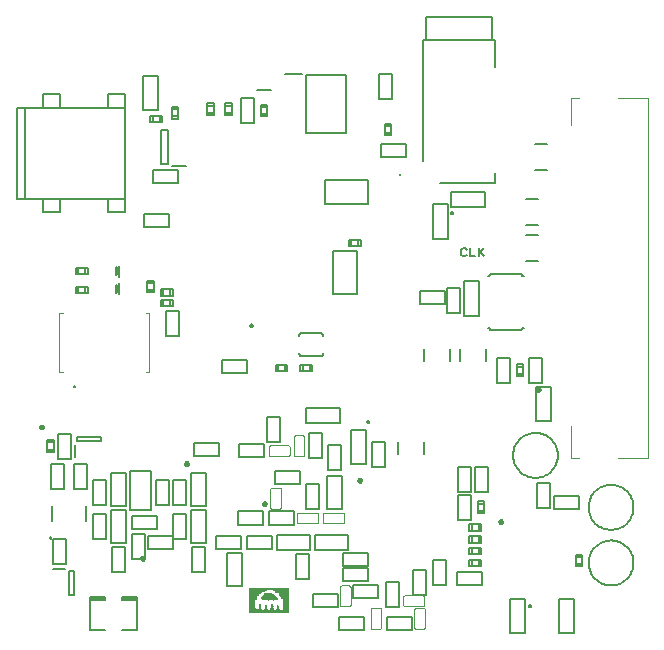
<source format=gto>
G75*
G70*
%OFA0B0*%
%FSLAX24Y24*%
%IPPOS*%
%LPD*%
%AMOC8*
5,1,8,0,0,1.08239X$1,22.5*
%
%ADD10R,0.1330X0.0005*%
%ADD11R,0.0855X0.0005*%
%ADD12R,0.0160X0.0005*%
%ADD13R,0.0265X0.0005*%
%ADD14R,0.0845X0.0005*%
%ADD15R,0.0145X0.0005*%
%ADD16R,0.0255X0.0005*%
%ADD17R,0.0840X0.0005*%
%ADD18R,0.0130X0.0005*%
%ADD19R,0.0245X0.0005*%
%ADD20R,0.0455X0.0005*%
%ADD21R,0.0185X0.0005*%
%ADD22R,0.0125X0.0005*%
%ADD23R,0.0235X0.0005*%
%ADD24R,0.0435X0.0005*%
%ADD25R,0.0150X0.0005*%
%ADD26R,0.0120X0.0005*%
%ADD27R,0.0230X0.0005*%
%ADD28R,0.0425X0.0005*%
%ADD29R,0.0135X0.0005*%
%ADD30R,0.0115X0.0005*%
%ADD31R,0.0225X0.0005*%
%ADD32R,0.0415X0.0005*%
%ADD33R,0.0140X0.0005*%
%ADD34R,0.0270X0.0005*%
%ADD35R,0.0110X0.0005*%
%ADD36R,0.0220X0.0005*%
%ADD37R,0.0250X0.0005*%
%ADD38R,0.0105X0.0005*%
%ADD39R,0.0215X0.0005*%
%ADD40R,0.0240X0.0005*%
%ADD41R,0.0095X0.0005*%
%ADD42R,0.0100X0.0005*%
%ADD43R,0.0085X0.0005*%
%ADD44R,0.0210X0.0005*%
%ADD45R,0.0080X0.0005*%
%ADD46R,0.0090X0.0005*%
%ADD47R,0.0205X0.0005*%
%ADD48R,0.0070X0.0005*%
%ADD49R,0.0200X0.0005*%
%ADD50R,0.0075X0.0005*%
%ADD51R,0.0065X0.0005*%
%ADD52R,0.0195X0.0005*%
%ADD53R,0.0060X0.0005*%
%ADD54R,0.0190X0.0005*%
%ADD55R,0.0055X0.0005*%
%ADD56R,0.0050X0.0005*%
%ADD57R,0.0045X0.0005*%
%ADD58R,0.0040X0.0005*%
%ADD59R,0.0035X0.0005*%
%ADD60R,0.0030X0.0005*%
%ADD61R,0.0025X0.0005*%
%ADD62R,0.0015X0.0005*%
%ADD63R,0.0010X0.0005*%
%ADD64R,0.0005X0.0005*%
%ADD65R,0.0175X0.0005*%
%ADD66R,0.0350X0.0005*%
%ADD67R,0.0495X0.0005*%
%ADD68R,0.0525X0.0005*%
%ADD69R,0.0535X0.0005*%
%ADD70R,0.0545X0.0005*%
%ADD71R,0.0550X0.0005*%
%ADD72R,0.0540X0.0005*%
%ADD73R,0.0530X0.0005*%
%ADD74R,0.0520X0.0005*%
%ADD75R,0.0260X0.0005*%
%ADD76R,0.0515X0.0005*%
%ADD77R,0.0510X0.0005*%
%ADD78R,0.0505X0.0005*%
%ADD79R,0.0500X0.0005*%
%ADD80R,0.0275X0.0005*%
%ADD81R,0.0490X0.0005*%
%ADD82R,0.0280X0.0005*%
%ADD83R,0.0475X0.0005*%
%ADD84R,0.0285X0.0005*%
%ADD85R,0.0470X0.0005*%
%ADD86R,0.0290X0.0005*%
%ADD87R,0.0460X0.0005*%
%ADD88R,0.0450X0.0005*%
%ADD89R,0.0295X0.0005*%
%ADD90R,0.0445X0.0005*%
%ADD91R,0.0300X0.0005*%
%ADD92R,0.0420X0.0005*%
%ADD93R,0.0305X0.0005*%
%ADD94R,0.0310X0.0005*%
%ADD95R,0.0405X0.0005*%
%ADD96R,0.0390X0.0005*%
%ADD97R,0.0315X0.0005*%
%ADD98R,0.0385X0.0005*%
%ADD99R,0.0320X0.0005*%
%ADD100R,0.0375X0.0005*%
%ADD101R,0.0365X0.0005*%
%ADD102R,0.0325X0.0005*%
%ADD103R,0.0360X0.0005*%
%ADD104R,0.0330X0.0005*%
%ADD105R,0.0345X0.0005*%
%ADD106R,0.0335X0.0005*%
%ADD107R,0.0340X0.0005*%
%ADD108R,0.0355X0.0005*%
%ADD109R,0.0370X0.0005*%
%ADD110R,0.0380X0.0005*%
%ADD111R,0.0395X0.0005*%
%ADD112R,0.0410X0.0005*%
%ADD113R,0.0430X0.0005*%
%ADD114R,0.0440X0.0005*%
%ADD115R,0.0465X0.0005*%
%ADD116R,0.0480X0.0005*%
%ADD117R,0.0555X0.0005*%
%ADD118R,0.0565X0.0005*%
%ADD119R,0.0575X0.0005*%
%ADD120R,0.0605X0.0005*%
%ADD121R,0.0560X0.0005*%
%ADD122R,0.0655X0.0005*%
%ADD123R,0.0595X0.0005*%
%ADD124C,0.0098*%
%ADD125C,0.0080*%
%ADD126C,0.0050*%
%ADD127C,0.0079*%
%ADD128C,0.0039*%
%ADD129C,0.0030*%
%ADD130C,0.0060*%
D10*
X009070Y001205D03*
X009070Y001210D03*
X009070Y001215D03*
X009070Y001220D03*
X009070Y001225D03*
X009070Y001230D03*
X009070Y001235D03*
X009070Y001240D03*
X009070Y001245D03*
X009070Y001250D03*
X009070Y001255D03*
X009070Y001260D03*
X009070Y001265D03*
X009070Y001270D03*
X009070Y001970D03*
X009070Y001975D03*
X009070Y001980D03*
X009070Y001985D03*
X009070Y001990D03*
X009070Y001995D03*
X009070Y002000D03*
X009070Y002005D03*
X009070Y002010D03*
X009070Y002015D03*
X009070Y002020D03*
D11*
X008832Y001275D03*
D12*
X009155Y001295D03*
X009365Y001275D03*
D13*
X009602Y001275D03*
X009602Y001710D03*
X008537Y001720D03*
X008537Y001725D03*
D14*
X008827Y001280D03*
D15*
X009362Y001280D03*
D16*
X009607Y001280D03*
X009607Y001700D03*
X008532Y001700D03*
X008532Y001705D03*
X008532Y001695D03*
D17*
X008825Y001285D03*
D18*
X009165Y001310D03*
X009365Y001285D03*
D19*
X009612Y001285D03*
X009612Y001685D03*
X008527Y001680D03*
X008527Y001675D03*
X008527Y001670D03*
D20*
X008632Y001290D03*
X009507Y001900D03*
D21*
X009642Y001465D03*
X009642Y001460D03*
X009642Y001455D03*
X009642Y001450D03*
X009642Y001445D03*
X009642Y001440D03*
X009642Y001435D03*
X009642Y001430D03*
X009642Y001425D03*
X009642Y001420D03*
X009642Y001415D03*
X009642Y001410D03*
X009642Y001405D03*
X009642Y001400D03*
X009642Y001395D03*
X009642Y001390D03*
X009642Y001385D03*
X009147Y001290D03*
X008957Y001290D03*
D22*
X008962Y001305D03*
X009167Y001315D03*
X009367Y001290D03*
X008752Y001310D03*
D23*
X008522Y001325D03*
X008522Y001645D03*
X008522Y001650D03*
X008522Y001655D03*
X009617Y001675D03*
X009617Y001290D03*
D24*
X009067Y001760D03*
X008622Y001295D03*
D25*
X008960Y001295D03*
X009160Y001300D03*
D26*
X009365Y001295D03*
X009235Y001630D03*
D27*
X009620Y001665D03*
X009620Y001670D03*
X009620Y001295D03*
X008520Y001330D03*
X008520Y001630D03*
X008520Y001635D03*
X008520Y001640D03*
D28*
X008617Y001300D03*
D29*
X008962Y001300D03*
D30*
X009167Y001320D03*
X009367Y001300D03*
X009372Y001305D03*
D31*
X009622Y001305D03*
X009622Y001300D03*
X009622Y001660D03*
X008517Y001625D03*
X008517Y001620D03*
X008517Y001615D03*
X008517Y001610D03*
X008517Y001340D03*
X008517Y001335D03*
D32*
X008612Y001305D03*
X009062Y001770D03*
X009527Y001890D03*
D33*
X009160Y001305D03*
D34*
X009600Y001715D03*
X009600Y001720D03*
X008540Y001730D03*
X008540Y001735D03*
X008540Y001310D03*
D35*
X008760Y001315D03*
X008965Y001310D03*
X009170Y001325D03*
X009375Y001315D03*
X009375Y001310D03*
D36*
X009625Y001310D03*
X009625Y001650D03*
X009625Y001655D03*
X009220Y001640D03*
X008515Y001605D03*
X008515Y001600D03*
X008515Y001595D03*
X008515Y001590D03*
X008515Y001350D03*
X008515Y001345D03*
D37*
X008530Y001315D03*
X008530Y001685D03*
X008530Y001690D03*
X009610Y001690D03*
X009610Y001695D03*
D38*
X009172Y001330D03*
X008962Y001315D03*
D39*
X008512Y001355D03*
X008512Y001360D03*
X008512Y001365D03*
X008512Y001370D03*
X008512Y001570D03*
X008512Y001575D03*
X008512Y001580D03*
X008512Y001585D03*
X009627Y001645D03*
X009627Y001320D03*
X009627Y001315D03*
D40*
X009615Y001680D03*
X008525Y001665D03*
X008525Y001660D03*
X008525Y001320D03*
D41*
X008762Y001320D03*
X008962Y001320D03*
X009177Y001340D03*
X009377Y001330D03*
X009377Y001325D03*
X009077Y001835D03*
D42*
X009175Y001335D03*
X009375Y001320D03*
D43*
X009382Y001340D03*
X008962Y001330D03*
X008962Y001325D03*
X008762Y001325D03*
X008952Y001835D03*
D44*
X008510Y001565D03*
X008510Y001560D03*
X008510Y001555D03*
X008510Y001550D03*
X008510Y001545D03*
X008510Y001540D03*
X008510Y001400D03*
X008510Y001395D03*
X008510Y001390D03*
X008510Y001385D03*
X008510Y001380D03*
X008510Y001375D03*
X009630Y001330D03*
X009630Y001325D03*
X009630Y001580D03*
X009630Y001585D03*
X009630Y001590D03*
X009630Y001595D03*
X009630Y001600D03*
X009630Y001605D03*
X009630Y001610D03*
X009630Y001615D03*
X009630Y001620D03*
X009630Y001625D03*
X009630Y001630D03*
X009630Y001635D03*
X009630Y001640D03*
D45*
X009380Y001350D03*
X009380Y001345D03*
X009180Y001350D03*
X009180Y001355D03*
X008965Y001340D03*
X008965Y001335D03*
X008765Y001335D03*
X008765Y001330D03*
D46*
X009180Y001345D03*
X009380Y001335D03*
D47*
X009632Y001335D03*
X009632Y001550D03*
X009632Y001555D03*
X009632Y001560D03*
X009632Y001565D03*
X009632Y001570D03*
X009632Y001575D03*
X008507Y001535D03*
X008507Y001530D03*
X008507Y001525D03*
X008507Y001520D03*
X008507Y001515D03*
X008507Y001510D03*
X008507Y001445D03*
X008507Y001440D03*
X008507Y001435D03*
X008507Y001430D03*
X008507Y001425D03*
X008507Y001420D03*
X008507Y001415D03*
X008507Y001410D03*
X008507Y001405D03*
D48*
X008765Y001350D03*
X008765Y001345D03*
X008765Y001340D03*
X008970Y001355D03*
X008970Y001360D03*
X008970Y001365D03*
X008970Y001370D03*
X008975Y001385D03*
X008975Y001390D03*
X008980Y001415D03*
X009185Y001405D03*
X009380Y001360D03*
D49*
X009635Y001350D03*
X009635Y001345D03*
X009635Y001340D03*
X009635Y001525D03*
X009635Y001530D03*
X009635Y001535D03*
X009635Y001540D03*
X009635Y001545D03*
X008505Y001505D03*
X008505Y001500D03*
X008505Y001495D03*
X008505Y001490D03*
X008505Y001485D03*
X008505Y001480D03*
X008505Y001475D03*
X008505Y001470D03*
X008505Y001465D03*
X008505Y001460D03*
X008505Y001455D03*
X008505Y001450D03*
D50*
X008967Y001350D03*
X008967Y001345D03*
X009182Y001360D03*
X009182Y001365D03*
X009182Y001370D03*
X009182Y001375D03*
X009182Y001380D03*
X009182Y001385D03*
X009182Y001390D03*
X009182Y001395D03*
X009182Y001400D03*
X009377Y001355D03*
X009062Y001640D03*
D51*
X008982Y001435D03*
X008982Y001430D03*
X008982Y001425D03*
X008982Y001420D03*
X008977Y001410D03*
X008977Y001405D03*
X008977Y001400D03*
X008977Y001395D03*
X008972Y001380D03*
X008972Y001375D03*
X008767Y001360D03*
X008767Y001355D03*
X009182Y001410D03*
X009182Y001415D03*
X009182Y001420D03*
X009182Y001425D03*
X009182Y001430D03*
X009377Y001370D03*
X009377Y001365D03*
D52*
X009637Y001360D03*
X009637Y001355D03*
X009637Y001500D03*
X009637Y001505D03*
X009637Y001510D03*
X009637Y001515D03*
X009637Y001520D03*
D53*
X009375Y001375D03*
X009180Y001435D03*
X009180Y001440D03*
X009180Y001445D03*
X008980Y001440D03*
X008770Y001440D03*
X008770Y001445D03*
X008770Y001435D03*
X008765Y001385D03*
X008765Y001380D03*
X008765Y001375D03*
X008765Y001370D03*
X008765Y001365D03*
X009070Y001635D03*
X008950Y001840D03*
D54*
X009640Y001495D03*
X009640Y001490D03*
X009640Y001485D03*
X009640Y001480D03*
X009640Y001475D03*
X009640Y001470D03*
X009640Y001380D03*
X009640Y001375D03*
X009640Y001370D03*
X009640Y001365D03*
D55*
X009372Y001380D03*
X009372Y001385D03*
X009367Y001390D03*
X009367Y001395D03*
X009177Y001450D03*
X008982Y001450D03*
X008982Y001445D03*
X008772Y001450D03*
X008772Y001455D03*
X008772Y001460D03*
X008767Y001430D03*
X008767Y001425D03*
X008767Y001420D03*
X008767Y001415D03*
X008767Y001410D03*
X008767Y001405D03*
X008767Y001400D03*
X008767Y001395D03*
X008767Y001390D03*
D56*
X008775Y001465D03*
X009180Y001455D03*
X009365Y001400D03*
D57*
X009362Y001405D03*
X009177Y001460D03*
X008977Y001455D03*
X008777Y001470D03*
D58*
X009075Y001630D03*
X009180Y001465D03*
X009365Y001410D03*
X009070Y001840D03*
X008950Y001845D03*
D59*
X008777Y001475D03*
X009362Y001420D03*
X009362Y001415D03*
D60*
X009360Y001425D03*
X009180Y001470D03*
X009240Y001625D03*
X009075Y001625D03*
X008780Y001480D03*
X008870Y001900D03*
D61*
X009362Y001430D03*
D62*
X009362Y001435D03*
X009182Y001475D03*
X009077Y001620D03*
X008787Y001485D03*
D63*
X009365Y001440D03*
D64*
X009077Y001615D03*
D65*
X009227Y001635D03*
D66*
X009165Y001645D03*
X009055Y001805D03*
X008580Y001840D03*
X009560Y001845D03*
D67*
X009487Y001935D03*
X009102Y001650D03*
X008652Y001905D03*
D68*
X009062Y001700D03*
X009097Y001655D03*
X009472Y001950D03*
D69*
X009092Y001660D03*
X008672Y001930D03*
D70*
X009067Y001685D03*
X009072Y001680D03*
X009082Y001670D03*
X009087Y001665D03*
D71*
X009075Y001675D03*
X008680Y001940D03*
D72*
X008675Y001935D03*
X009065Y001690D03*
X009465Y001955D03*
D73*
X009060Y001695D03*
X008670Y001925D03*
D74*
X008665Y001920D03*
X009060Y001705D03*
D75*
X008535Y001710D03*
X008535Y001715D03*
X009605Y001705D03*
D76*
X009477Y001945D03*
X009057Y001710D03*
X008662Y001915D03*
D77*
X009060Y001715D03*
D78*
X009062Y001720D03*
X008657Y001910D03*
X009482Y001940D03*
D79*
X009065Y001725D03*
D80*
X008542Y001740D03*
X008542Y001745D03*
X009597Y001725D03*
D81*
X009490Y001930D03*
X009065Y001730D03*
D82*
X008545Y001750D03*
X009595Y001730D03*
D83*
X009497Y001920D03*
X009067Y001735D03*
D84*
X009047Y001830D03*
X008547Y001760D03*
X008547Y001755D03*
X009592Y001735D03*
D85*
X009500Y001915D03*
X009070Y001740D03*
D86*
X008550Y001765D03*
X009590Y001745D03*
X009590Y001740D03*
D87*
X009505Y001905D03*
X009070Y001745D03*
D88*
X009070Y001750D03*
X009510Y001895D03*
D89*
X009587Y001750D03*
X008552Y001770D03*
X008552Y001775D03*
D90*
X009067Y001755D03*
D91*
X008555Y001780D03*
X009585Y001760D03*
X009585Y001755D03*
D92*
X009065Y001765D03*
X008615Y001890D03*
D93*
X008557Y001790D03*
X008557Y001785D03*
X009582Y001765D03*
D94*
X009580Y001770D03*
X009580Y001775D03*
X008560Y001795D03*
D95*
X008607Y001880D03*
X009062Y001775D03*
D96*
X009060Y001780D03*
X008600Y001870D03*
D97*
X008562Y001800D03*
X009577Y001780D03*
D98*
X009542Y001880D03*
X009057Y001785D03*
D99*
X009060Y001825D03*
X008565Y001810D03*
X008565Y001805D03*
X009575Y001790D03*
X009575Y001785D03*
D100*
X009547Y001870D03*
X009057Y001790D03*
X008592Y001860D03*
D101*
X009057Y001795D03*
X009552Y001865D03*
D102*
X009572Y001800D03*
X009572Y001795D03*
X008567Y001815D03*
D103*
X008585Y001850D03*
X009055Y001800D03*
X009555Y001855D03*
X009555Y001860D03*
D104*
X009570Y001810D03*
X009570Y001805D03*
X009060Y001820D03*
X008570Y001820D03*
D105*
X008577Y001835D03*
X009057Y001810D03*
X009562Y001835D03*
X009562Y001840D03*
D106*
X009567Y001820D03*
X009567Y001815D03*
X009057Y001815D03*
X008572Y001825D03*
D107*
X008575Y001830D03*
X009565Y001830D03*
X009565Y001825D03*
D108*
X009557Y001850D03*
X008582Y001845D03*
D109*
X008590Y001855D03*
D110*
X008595Y001865D03*
X009545Y001875D03*
D111*
X009537Y001885D03*
X008602Y001875D03*
D112*
X008610Y001885D03*
D113*
X008620Y001895D03*
D114*
X008625Y001900D03*
D115*
X009502Y001910D03*
D116*
X009495Y001925D03*
D117*
X008682Y001945D03*
D118*
X008687Y001950D03*
D119*
X008692Y001955D03*
D120*
X008707Y001960D03*
D121*
X009455Y001960D03*
D122*
X008732Y001965D03*
D123*
X009437Y001965D03*
D124*
X008864Y004851D02*
X008866Y004864D01*
X008871Y004876D01*
X008880Y004887D01*
X008890Y004895D01*
X008903Y004899D01*
X008916Y004900D01*
X008929Y004897D01*
X008941Y004891D01*
X008951Y004882D01*
X008958Y004871D01*
X008962Y004858D01*
X008962Y004844D01*
X008958Y004831D01*
X008951Y004820D01*
X008941Y004811D01*
X008929Y004805D01*
X008916Y004802D01*
X008903Y004803D01*
X008890Y004807D01*
X008880Y004815D01*
X008871Y004826D01*
X008866Y004838D01*
X008864Y004851D01*
X006266Y006190D02*
X006268Y006203D01*
X006273Y006215D01*
X006282Y006226D01*
X006292Y006234D01*
X006305Y006238D01*
X006318Y006239D01*
X006331Y006236D01*
X006343Y006230D01*
X006353Y006221D01*
X006360Y006210D01*
X006364Y006197D01*
X006364Y006183D01*
X006360Y006170D01*
X006353Y006159D01*
X006343Y006150D01*
X006331Y006144D01*
X006318Y006141D01*
X006305Y006142D01*
X006292Y006146D01*
X006282Y006154D01*
X006273Y006165D01*
X006268Y006177D01*
X006266Y006190D01*
X004809Y003040D02*
X004811Y003053D01*
X004816Y003065D01*
X004825Y003076D01*
X004835Y003084D01*
X004848Y003088D01*
X004861Y003089D01*
X004874Y003086D01*
X004886Y003080D01*
X004896Y003071D01*
X004903Y003060D01*
X004907Y003047D01*
X004907Y003033D01*
X004903Y003020D01*
X004896Y003009D01*
X004886Y003000D01*
X004874Y002994D01*
X004861Y002991D01*
X004848Y002992D01*
X004835Y002996D01*
X004825Y003004D01*
X004816Y003015D01*
X004811Y003027D01*
X004809Y003040D01*
X001425Y007414D02*
X001427Y007427D01*
X001432Y007439D01*
X001441Y007450D01*
X001451Y007458D01*
X001464Y007462D01*
X001477Y007463D01*
X001490Y007460D01*
X001502Y007454D01*
X001512Y007445D01*
X001519Y007434D01*
X001523Y007421D01*
X001523Y007407D01*
X001519Y007394D01*
X001512Y007383D01*
X001502Y007374D01*
X001490Y007368D01*
X001477Y007365D01*
X001464Y007366D01*
X001451Y007370D01*
X001441Y007378D01*
X001432Y007389D01*
X001427Y007401D01*
X001425Y007414D01*
X012040Y005635D02*
X012042Y005648D01*
X012047Y005660D01*
X012056Y005671D01*
X012066Y005679D01*
X012079Y005683D01*
X012092Y005684D01*
X012105Y005681D01*
X012117Y005675D01*
X012127Y005666D01*
X012134Y005655D01*
X012138Y005642D01*
X012138Y005628D01*
X012134Y005615D01*
X012127Y005604D01*
X012117Y005595D01*
X012105Y005589D01*
X012092Y005586D01*
X012079Y005587D01*
X012066Y005591D01*
X012056Y005599D01*
X012047Y005610D01*
X012042Y005622D01*
X012040Y005635D01*
X016748Y004253D02*
X016750Y004266D01*
X016755Y004278D01*
X016764Y004289D01*
X016774Y004297D01*
X016787Y004301D01*
X016800Y004302D01*
X016813Y004299D01*
X016825Y004293D01*
X016835Y004284D01*
X016842Y004273D01*
X016846Y004260D01*
X016846Y004246D01*
X016842Y004233D01*
X016835Y004222D01*
X016825Y004213D01*
X016813Y004207D01*
X016800Y004204D01*
X016787Y004205D01*
X016774Y004209D01*
X016764Y004217D01*
X016755Y004228D01*
X016750Y004240D01*
X016748Y004253D01*
X017988Y008659D02*
X017990Y008672D01*
X017995Y008684D01*
X018004Y008695D01*
X018014Y008703D01*
X018027Y008707D01*
X018040Y008708D01*
X018053Y008705D01*
X018065Y008699D01*
X018075Y008690D01*
X018082Y008679D01*
X018086Y008666D01*
X018086Y008652D01*
X018082Y008639D01*
X018075Y008628D01*
X018065Y008619D01*
X018053Y008613D01*
X018040Y008610D01*
X018027Y008611D01*
X018014Y008615D01*
X018004Y008623D01*
X017995Y008634D01*
X017990Y008646D01*
X017988Y008659D01*
D125*
X017971Y008753D02*
X018471Y008753D01*
X018471Y007603D01*
X017971Y007603D01*
X017971Y008753D01*
X018168Y008884D02*
X017730Y008884D01*
X017730Y009717D01*
X018168Y009717D01*
X018168Y008884D01*
X017105Y008884D02*
X017105Y009717D01*
X016667Y009717D01*
X016667Y008884D01*
X017105Y008884D01*
X017476Y010639D02*
X016453Y010639D01*
X016451Y010654D01*
X016447Y010669D01*
X016440Y010683D01*
X016430Y010695D01*
X016418Y010705D01*
X016404Y010712D01*
X016389Y010716D01*
X016374Y010718D01*
X016073Y011127D02*
X015573Y011127D01*
X015573Y012277D01*
X016073Y012277D01*
X016073Y011127D01*
X015451Y011207D02*
X015014Y011207D01*
X015014Y012039D01*
X015451Y012039D01*
X015451Y011207D01*
X014940Y011522D02*
X014940Y011960D01*
X014107Y011960D01*
X014107Y011522D01*
X014940Y011522D01*
X016374Y012450D02*
X016389Y012452D01*
X016404Y012456D01*
X016418Y012463D01*
X016430Y012473D01*
X016440Y012485D01*
X016447Y012499D01*
X016451Y012514D01*
X016453Y012529D01*
X017476Y012529D01*
X017478Y012514D01*
X017482Y012499D01*
X017489Y012485D01*
X017499Y012473D01*
X017511Y012463D01*
X017525Y012456D01*
X017540Y012452D01*
X017555Y012450D01*
X017555Y010718D02*
X017540Y010716D01*
X017525Y010712D01*
X017511Y010705D01*
X017499Y010695D01*
X017489Y010683D01*
X017482Y010669D01*
X017478Y010654D01*
X017476Y010639D01*
X015049Y013686D02*
X014549Y013686D01*
X014549Y014836D01*
X015049Y014836D01*
X015049Y013686D01*
X015130Y014759D02*
X015130Y015259D01*
X016280Y015259D01*
X016280Y014759D01*
X015130Y014759D01*
X013641Y016404D02*
X012808Y016404D01*
X012808Y016842D01*
X013641Y016842D01*
X013641Y016404D01*
X012378Y015639D02*
X012378Y014851D01*
X010921Y014851D01*
X010921Y015639D01*
X012378Y015639D01*
X012004Y013296D02*
X011217Y013296D01*
X011217Y011840D01*
X012004Y011840D01*
X012004Y013296D01*
X010783Y010560D02*
X010154Y010560D01*
X010153Y010560D02*
X010137Y010555D01*
X010121Y010547D01*
X010107Y010537D01*
X010095Y010525D01*
X010085Y010510D01*
X010078Y010494D01*
X010074Y010477D01*
X010073Y010460D01*
X010075Y010442D01*
X010075Y009891D02*
X010073Y009873D01*
X010074Y009856D01*
X010078Y009839D01*
X010085Y009823D01*
X010095Y009808D01*
X010107Y009796D01*
X010121Y009786D01*
X010137Y009778D01*
X010153Y009773D01*
X010154Y009773D02*
X010783Y009773D01*
X010784Y009773D02*
X010800Y009778D01*
X010816Y009786D01*
X010830Y009796D01*
X010842Y009808D01*
X010852Y009823D01*
X010859Y009839D01*
X010863Y009856D01*
X010864Y009873D01*
X010862Y009891D01*
X010862Y010442D02*
X010864Y010460D01*
X010863Y010477D01*
X010859Y010494D01*
X010852Y010510D01*
X010842Y010525D01*
X010830Y010537D01*
X010816Y010547D01*
X010800Y010555D01*
X010784Y010560D01*
X008326Y009637D02*
X008326Y009200D01*
X007493Y009200D01*
X007493Y009637D01*
X008326Y009637D01*
X008990Y007748D02*
X009427Y007748D01*
X009427Y006916D01*
X008990Y006916D01*
X008990Y007748D01*
X008916Y006842D02*
X008084Y006842D01*
X008084Y006404D01*
X008916Y006404D01*
X008916Y006842D01*
X009265Y005936D02*
X009265Y005499D01*
X010097Y005499D01*
X010097Y005936D01*
X009265Y005936D01*
X010289Y005504D02*
X010289Y004671D01*
X010727Y004671D01*
X010727Y005504D01*
X010289Y005504D01*
X011037Y005971D02*
X011475Y005971D01*
X011475Y006803D01*
X011037Y006803D01*
X011037Y005971D01*
X010845Y006364D02*
X010407Y006364D01*
X010407Y007197D01*
X010845Y007197D01*
X010845Y006364D01*
X011793Y006166D02*
X012293Y006166D01*
X012293Y007316D01*
X011793Y007316D01*
X011793Y006166D01*
X012506Y006089D02*
X012506Y006921D01*
X012943Y006921D01*
X012943Y006089D01*
X012506Y006089D01*
X011437Y007554D02*
X011437Y008054D01*
X010287Y008054D01*
X010287Y007554D01*
X011437Y007554D01*
X009901Y004598D02*
X009068Y004598D01*
X009068Y004160D01*
X009901Y004160D01*
X009901Y004598D01*
X008877Y004598D02*
X008877Y004160D01*
X008044Y004160D01*
X008044Y004598D01*
X008877Y004598D01*
X009153Y003771D02*
X008320Y003771D01*
X008320Y003333D01*
X009153Y003333D01*
X009153Y003771D01*
X009974Y003181D02*
X010412Y003181D01*
X010412Y002349D01*
X009974Y002349D01*
X009974Y003181D01*
X010525Y001842D02*
X011357Y001842D01*
X011357Y001404D01*
X010525Y001404D01*
X010525Y001842D01*
X011548Y002270D02*
X011548Y002708D01*
X012381Y002708D01*
X012381Y002270D01*
X011548Y002270D01*
X011863Y002157D02*
X011863Y001719D01*
X012696Y001719D01*
X012696Y002157D01*
X011863Y002157D01*
X011548Y002782D02*
X011548Y003220D01*
X012381Y003220D01*
X012381Y002782D01*
X011548Y002782D01*
X012966Y002236D02*
X012966Y001404D01*
X013404Y001404D01*
X013404Y002236D01*
X012966Y002236D01*
X013872Y002630D02*
X013872Y001797D01*
X014309Y001797D01*
X014309Y002630D01*
X013872Y002630D01*
X014541Y002984D02*
X014541Y002152D01*
X014979Y002152D01*
X014979Y002984D01*
X014541Y002984D01*
X015328Y002590D02*
X015328Y002152D01*
X016160Y002152D01*
X016160Y002590D01*
X015328Y002590D01*
X013838Y001094D02*
X013838Y000656D01*
X013005Y000656D01*
X013005Y001094D01*
X013838Y001094D01*
X012223Y001094D02*
X012223Y000656D01*
X011391Y000656D01*
X011391Y001094D01*
X012223Y001094D01*
X015368Y004317D02*
X015805Y004317D01*
X015805Y005150D01*
X015368Y005150D01*
X015368Y004317D01*
X015368Y005262D02*
X015805Y005262D01*
X015805Y006094D01*
X015368Y006094D01*
X015368Y005262D01*
X015919Y005262D02*
X015919Y006094D01*
X016357Y006094D01*
X016357Y005262D01*
X015919Y005262D01*
X017201Y006466D02*
X017203Y006521D01*
X017209Y006575D01*
X017219Y006629D01*
X017233Y006681D01*
X017250Y006733D01*
X017272Y006783D01*
X017297Y006832D01*
X017325Y006879D01*
X017357Y006923D01*
X017392Y006965D01*
X017430Y007004D01*
X017471Y007041D01*
X017514Y007074D01*
X017559Y007104D01*
X017607Y007131D01*
X017656Y007154D01*
X017707Y007174D01*
X017760Y007190D01*
X017813Y007202D01*
X017867Y007210D01*
X017922Y007214D01*
X017976Y007214D01*
X018031Y007210D01*
X018085Y007202D01*
X018138Y007190D01*
X018191Y007174D01*
X018242Y007154D01*
X018291Y007131D01*
X018339Y007104D01*
X018384Y007074D01*
X018427Y007041D01*
X018468Y007004D01*
X018506Y006965D01*
X018541Y006923D01*
X018573Y006879D01*
X018601Y006832D01*
X018626Y006783D01*
X018648Y006733D01*
X018665Y006681D01*
X018679Y006629D01*
X018689Y006575D01*
X018695Y006521D01*
X018697Y006466D01*
X018695Y006411D01*
X018689Y006357D01*
X018679Y006303D01*
X018665Y006251D01*
X018648Y006199D01*
X018626Y006149D01*
X018601Y006100D01*
X018573Y006053D01*
X018541Y006009D01*
X018506Y005967D01*
X018468Y005928D01*
X018427Y005891D01*
X018384Y005858D01*
X018339Y005828D01*
X018291Y005801D01*
X018242Y005778D01*
X018191Y005758D01*
X018138Y005742D01*
X018085Y005730D01*
X018031Y005722D01*
X017976Y005718D01*
X017922Y005718D01*
X017867Y005722D01*
X017813Y005730D01*
X017760Y005742D01*
X017707Y005758D01*
X017656Y005778D01*
X017607Y005801D01*
X017559Y005828D01*
X017514Y005858D01*
X017471Y005891D01*
X017430Y005928D01*
X017392Y005967D01*
X017357Y006009D01*
X017325Y006053D01*
X017297Y006100D01*
X017272Y006149D01*
X017250Y006199D01*
X017233Y006251D01*
X017219Y006303D01*
X017209Y006357D01*
X017203Y006411D01*
X017201Y006466D01*
X018006Y005543D02*
X018443Y005543D01*
X018443Y004711D01*
X018006Y004711D01*
X018006Y005543D01*
X018556Y005110D02*
X019389Y005110D01*
X019389Y004672D01*
X018556Y004672D01*
X018556Y005110D01*
X019721Y004733D02*
X019723Y004788D01*
X019729Y004842D01*
X019739Y004896D01*
X019753Y004948D01*
X019770Y005000D01*
X019792Y005050D01*
X019817Y005099D01*
X019845Y005146D01*
X019877Y005190D01*
X019912Y005232D01*
X019950Y005271D01*
X019991Y005308D01*
X020034Y005341D01*
X020079Y005371D01*
X020127Y005398D01*
X020176Y005421D01*
X020227Y005441D01*
X020280Y005457D01*
X020333Y005469D01*
X020387Y005477D01*
X020442Y005481D01*
X020496Y005481D01*
X020551Y005477D01*
X020605Y005469D01*
X020658Y005457D01*
X020711Y005441D01*
X020762Y005421D01*
X020811Y005398D01*
X020859Y005371D01*
X020904Y005341D01*
X020947Y005308D01*
X020988Y005271D01*
X021026Y005232D01*
X021061Y005190D01*
X021093Y005146D01*
X021121Y005099D01*
X021146Y005050D01*
X021168Y005000D01*
X021185Y004948D01*
X021199Y004896D01*
X021209Y004842D01*
X021215Y004788D01*
X021217Y004733D01*
X021215Y004678D01*
X021209Y004624D01*
X021199Y004570D01*
X021185Y004518D01*
X021168Y004466D01*
X021146Y004416D01*
X021121Y004367D01*
X021093Y004320D01*
X021061Y004276D01*
X021026Y004234D01*
X020988Y004195D01*
X020947Y004158D01*
X020904Y004125D01*
X020859Y004095D01*
X020811Y004068D01*
X020762Y004045D01*
X020711Y004025D01*
X020658Y004009D01*
X020605Y003997D01*
X020551Y003989D01*
X020496Y003985D01*
X020442Y003985D01*
X020387Y003989D01*
X020333Y003997D01*
X020280Y004009D01*
X020227Y004025D01*
X020176Y004045D01*
X020127Y004068D01*
X020079Y004095D01*
X020034Y004125D01*
X019991Y004158D01*
X019950Y004195D01*
X019912Y004234D01*
X019877Y004276D01*
X019845Y004320D01*
X019817Y004367D01*
X019792Y004416D01*
X019770Y004466D01*
X019753Y004518D01*
X019739Y004570D01*
X019729Y004624D01*
X019723Y004678D01*
X019721Y004733D01*
X019721Y002883D02*
X019723Y002938D01*
X019729Y002992D01*
X019739Y003046D01*
X019753Y003098D01*
X019770Y003150D01*
X019792Y003200D01*
X019817Y003249D01*
X019845Y003296D01*
X019877Y003340D01*
X019912Y003382D01*
X019950Y003421D01*
X019991Y003458D01*
X020034Y003491D01*
X020079Y003521D01*
X020127Y003548D01*
X020176Y003571D01*
X020227Y003591D01*
X020280Y003607D01*
X020333Y003619D01*
X020387Y003627D01*
X020442Y003631D01*
X020496Y003631D01*
X020551Y003627D01*
X020605Y003619D01*
X020658Y003607D01*
X020711Y003591D01*
X020762Y003571D01*
X020811Y003548D01*
X020859Y003521D01*
X020904Y003491D01*
X020947Y003458D01*
X020988Y003421D01*
X021026Y003382D01*
X021061Y003340D01*
X021093Y003296D01*
X021121Y003249D01*
X021146Y003200D01*
X021168Y003150D01*
X021185Y003098D01*
X021199Y003046D01*
X021209Y002992D01*
X021215Y002938D01*
X021217Y002883D01*
X021215Y002828D01*
X021209Y002774D01*
X021199Y002720D01*
X021185Y002668D01*
X021168Y002616D01*
X021146Y002566D01*
X021121Y002517D01*
X021093Y002470D01*
X021061Y002426D01*
X021026Y002384D01*
X020988Y002345D01*
X020947Y002308D01*
X020904Y002275D01*
X020859Y002245D01*
X020811Y002218D01*
X020762Y002195D01*
X020711Y002175D01*
X020658Y002159D01*
X020605Y002147D01*
X020551Y002139D01*
X020496Y002135D01*
X020442Y002135D01*
X020387Y002139D01*
X020333Y002147D01*
X020280Y002159D01*
X020227Y002175D01*
X020176Y002195D01*
X020127Y002218D01*
X020079Y002245D01*
X020034Y002275D01*
X019991Y002308D01*
X019950Y002345D01*
X019912Y002384D01*
X019877Y002426D01*
X019845Y002470D01*
X019817Y002517D01*
X019792Y002566D01*
X019770Y002616D01*
X019753Y002668D01*
X019739Y002720D01*
X019729Y002774D01*
X019723Y002828D01*
X019721Y002883D01*
X019222Y001686D02*
X018722Y001686D01*
X018722Y000536D01*
X019222Y000536D01*
X019222Y001686D01*
X017608Y001686D02*
X017608Y000536D01*
X017108Y000536D01*
X017108Y001686D01*
X017608Y001686D01*
X008129Y003333D02*
X008129Y003771D01*
X007296Y003771D01*
X007296Y003333D01*
X008129Y003333D01*
X006947Y003417D02*
X006947Y002585D01*
X006510Y002585D01*
X006510Y003417D01*
X006947Y003417D01*
X006317Y003687D02*
X005880Y003687D01*
X005880Y004520D01*
X006317Y004520D01*
X006317Y003687D01*
X005861Y003795D02*
X005861Y003357D01*
X005029Y003357D01*
X005029Y003795D01*
X005861Y003795D01*
X005334Y004003D02*
X005334Y004440D01*
X004501Y004440D01*
X004501Y004003D01*
X005334Y004003D01*
X004939Y003850D02*
X004502Y003850D01*
X004502Y003018D01*
X004939Y003018D01*
X004939Y003850D01*
X004270Y003417D02*
X003832Y003417D01*
X003832Y002585D01*
X004270Y002585D01*
X004270Y003417D01*
X003640Y003687D02*
X003203Y003687D01*
X003203Y004520D01*
X003640Y004520D01*
X003640Y003687D01*
X003640Y004829D02*
X003203Y004829D01*
X003203Y005661D01*
X003640Y005661D01*
X003640Y004829D01*
X003010Y005341D02*
X002573Y005341D01*
X002573Y006173D01*
X003010Y006173D01*
X003010Y005341D01*
X002223Y005341D02*
X002223Y006173D01*
X001785Y006173D01*
X001785Y005341D01*
X002223Y005341D01*
X002025Y006353D02*
X002025Y007185D01*
X002463Y007185D01*
X002463Y006353D01*
X002025Y006353D01*
X001864Y003693D02*
X002301Y003693D01*
X002301Y002860D01*
X001864Y002860D01*
X001864Y003693D01*
X005289Y004829D02*
X005289Y005661D01*
X005727Y005661D01*
X005727Y004829D01*
X005289Y004829D01*
X005880Y004829D02*
X005880Y005661D01*
X006317Y005661D01*
X006317Y004829D01*
X005880Y004829D01*
X006552Y006452D02*
X006552Y006889D01*
X007385Y006889D01*
X007385Y006452D01*
X006552Y006452D01*
X006081Y010459D02*
X005643Y010459D01*
X005643Y011291D01*
X006081Y011291D01*
X006081Y010459D01*
X004079Y011836D02*
X004079Y012017D01*
X003957Y011895D01*
X003957Y012143D01*
X004083Y012017D01*
X004079Y012017D02*
X004079Y012198D01*
X004079Y012426D02*
X004079Y012607D01*
X003957Y012485D01*
X003957Y012733D01*
X004083Y012607D01*
X004079Y012607D02*
X004079Y012788D01*
X004887Y014081D02*
X004887Y014519D01*
X005719Y014519D01*
X005719Y014082D01*
X004887Y014081D01*
X005186Y015538D02*
X005186Y015976D01*
X006019Y015976D01*
X006019Y015538D01*
X005186Y015538D01*
X005364Y017977D02*
X004864Y017977D01*
X004864Y019127D01*
X005364Y019127D01*
X005364Y017977D01*
X008124Y018378D02*
X008124Y017545D01*
X008561Y017545D01*
X008561Y018378D01*
X008124Y018378D01*
X008658Y018631D02*
X009130Y018631D01*
X012730Y018333D02*
X013168Y018333D01*
X013168Y019165D01*
X012730Y019165D01*
X012730Y018333D01*
D126*
X012919Y017529D02*
X012919Y017450D01*
X013136Y017450D01*
X013136Y017214D01*
X012919Y017214D01*
X012919Y017135D01*
X013136Y017135D01*
X013136Y017214D01*
X012919Y017214D02*
X012919Y017450D01*
X012919Y017529D02*
X013136Y017529D01*
X013136Y017450D01*
X012122Y013661D02*
X012043Y013661D01*
X012043Y013444D01*
X012122Y013444D01*
X012122Y013661D01*
X012043Y013661D02*
X011807Y013661D01*
X011807Y013444D01*
X012043Y013444D01*
X011807Y013444D02*
X011728Y013444D01*
X011728Y013661D01*
X011807Y013661D01*
X014248Y010009D02*
X014248Y009615D01*
X015114Y009615D02*
X015114Y010009D01*
X015429Y010009D02*
X015429Y009615D01*
X016295Y009615D02*
X016295Y010009D01*
X017321Y009497D02*
X017321Y009418D01*
X017537Y009418D01*
X017537Y009497D01*
X017321Y009497D01*
X017321Y009418D02*
X017321Y009182D01*
X017537Y009182D01*
X017537Y009418D01*
X017537Y009182D02*
X017537Y009103D01*
X017321Y009103D01*
X017321Y009182D01*
X014232Y006914D02*
X014232Y006521D01*
X013366Y006521D02*
X013366Y006914D01*
X011506Y005795D02*
X011506Y004695D01*
X011006Y004695D01*
X011006Y005795D01*
X011506Y005795D01*
X011688Y003802D02*
X010588Y003802D01*
X010588Y003302D01*
X011688Y003302D01*
X011688Y003802D01*
X010428Y003802D02*
X010428Y003302D01*
X009328Y003302D01*
X009328Y003802D01*
X010428Y003802D01*
X008159Y003197D02*
X008159Y002097D01*
X007659Y002097D01*
X007659Y003197D01*
X008159Y003197D01*
X006978Y003553D02*
X006478Y003553D01*
X006478Y004653D01*
X006978Y004653D01*
X006978Y003553D01*
X006978Y004774D02*
X006478Y004774D01*
X006478Y005874D01*
X006978Y005874D01*
X006978Y004774D01*
X005149Y004635D02*
X004449Y004635D01*
X004449Y005935D01*
X005149Y005935D01*
X005149Y004635D01*
X004301Y004653D02*
X004301Y003553D01*
X003801Y003553D01*
X003801Y004653D01*
X004301Y004653D01*
X004301Y004774D02*
X003801Y004774D01*
X003801Y005874D01*
X004301Y005874D01*
X004301Y004774D01*
X001892Y006584D02*
X001892Y006662D01*
X001675Y006662D01*
X001675Y006584D01*
X001892Y006584D01*
X001892Y006662D02*
X001892Y006899D01*
X001675Y006899D01*
X001675Y006662D01*
X001675Y006899D02*
X001675Y006977D01*
X001892Y006977D01*
X001892Y006899D01*
X005469Y011436D02*
X005547Y011436D01*
X005547Y011653D01*
X005469Y011653D01*
X005469Y011436D01*
X005547Y011436D02*
X005783Y011436D01*
X005783Y011653D01*
X005547Y011653D01*
X005547Y011790D02*
X005547Y012007D01*
X005783Y012007D01*
X005783Y011790D01*
X005862Y011790D01*
X005862Y012007D01*
X005783Y012007D01*
X005783Y011790D02*
X005547Y011790D01*
X005469Y011790D01*
X005469Y012007D01*
X005547Y012007D01*
X005222Y011977D02*
X005006Y011977D01*
X005006Y012214D01*
X005222Y012214D01*
X005222Y012292D01*
X005006Y012292D01*
X005006Y012214D01*
X005222Y012214D02*
X005222Y011977D01*
X005222Y011899D01*
X005006Y011899D01*
X005006Y011977D01*
X005783Y011653D02*
X005862Y011653D01*
X005862Y011436D01*
X005783Y011436D01*
X003028Y011869D02*
X002949Y011869D01*
X002949Y012086D01*
X002713Y012086D01*
X002713Y011869D01*
X002634Y011869D01*
X002634Y012086D01*
X002713Y012086D01*
X002713Y011869D02*
X002949Y011869D01*
X003028Y011869D02*
X003028Y012086D01*
X002949Y012086D01*
X002949Y012499D02*
X002713Y012499D01*
X002713Y012716D01*
X002634Y012716D01*
X002634Y012499D01*
X002713Y012499D01*
X002713Y012716D02*
X002949Y012716D01*
X002949Y012499D01*
X003028Y012499D01*
X003028Y012716D01*
X002949Y012716D01*
X003685Y014564D02*
X004276Y014564D01*
X004276Y015017D01*
X004276Y018048D01*
X004276Y018501D01*
X003685Y018501D01*
X003685Y018048D01*
X004276Y018048D01*
X003685Y018048D02*
X002110Y018048D01*
X002110Y018501D01*
X001520Y018501D01*
X001520Y018048D01*
X002110Y018048D01*
X001520Y018048D02*
X000929Y018048D01*
X000929Y015017D01*
X001520Y015017D01*
X001520Y014564D01*
X002110Y014564D01*
X002110Y015017D01*
X003685Y015017D01*
X003685Y014564D01*
X003685Y015017D02*
X004276Y015017D01*
X002110Y015017D02*
X001520Y015017D01*
X000929Y015017D02*
X000654Y015017D01*
X000654Y018048D01*
X000929Y018048D01*
X005114Y017794D02*
X005114Y017578D01*
X005193Y017578D01*
X005193Y017794D01*
X005429Y017794D01*
X005429Y017578D01*
X005508Y017578D01*
X005508Y017794D01*
X005429Y017794D01*
X005429Y017578D02*
X005193Y017578D01*
X005193Y017794D02*
X005114Y017794D01*
X005833Y017765D02*
X006049Y017765D01*
X006049Y018001D01*
X005833Y018001D01*
X005833Y018080D01*
X006049Y018080D01*
X006049Y018001D01*
X005833Y018001D02*
X005833Y017765D01*
X005833Y017686D01*
X006049Y017686D01*
X006049Y017765D01*
X007014Y017804D02*
X007014Y017883D01*
X007230Y017883D01*
X007230Y018119D01*
X007014Y018119D01*
X007014Y018198D01*
X007230Y018198D01*
X007230Y018119D01*
X007014Y018119D02*
X007014Y017883D01*
X007014Y017804D02*
X007230Y017804D01*
X007230Y017883D01*
X007604Y017883D02*
X007604Y017804D01*
X007821Y017804D01*
X007821Y017883D01*
X007604Y017883D01*
X007604Y018119D01*
X007821Y018119D01*
X007821Y017883D01*
X007821Y018119D02*
X007821Y018198D01*
X007604Y018198D01*
X007604Y018119D01*
X008785Y018080D02*
X008785Y017844D01*
X009002Y017844D01*
X009002Y017765D01*
X008785Y017765D01*
X008785Y017844D01*
X009002Y017844D02*
X009002Y018080D01*
X008785Y018080D01*
X008785Y018159D01*
X009002Y018159D01*
X009002Y018080D01*
X017634Y015009D02*
X018028Y015009D01*
X018028Y014143D02*
X017634Y014143D01*
X017634Y013828D02*
X018028Y013828D01*
X018028Y012962D02*
X017634Y012962D01*
X017949Y015974D02*
X018343Y015974D01*
X018343Y016840D02*
X017949Y016840D01*
X010508Y009487D02*
X010429Y009487D01*
X010429Y009271D01*
X010508Y009271D01*
X010508Y009487D01*
X010429Y009487D02*
X010193Y009487D01*
X010193Y009271D01*
X010429Y009271D01*
X010193Y009271D02*
X010114Y009271D01*
X010114Y009487D01*
X010193Y009487D01*
X009681Y009487D02*
X009681Y009271D01*
X009602Y009271D01*
X009602Y009487D01*
X009681Y009487D01*
X009602Y009487D02*
X009366Y009487D01*
X009366Y009271D01*
X009602Y009271D01*
X009366Y009271D02*
X009287Y009271D01*
X009287Y009487D01*
X009366Y009487D01*
X015744Y004172D02*
X015744Y003956D01*
X015823Y003956D01*
X015823Y004172D01*
X016059Y004172D01*
X016059Y003956D01*
X016138Y003956D01*
X016138Y004172D01*
X016059Y004172D01*
X016059Y003956D02*
X015823Y003956D01*
X015823Y003779D02*
X015823Y003562D01*
X016059Y003562D01*
X016059Y003779D01*
X016138Y003779D01*
X016138Y003562D01*
X016059Y003562D01*
X016059Y003385D02*
X015823Y003385D01*
X015823Y003168D01*
X016059Y003168D01*
X016059Y003385D01*
X016138Y003385D01*
X016138Y003168D01*
X016059Y003168D01*
X016059Y002991D02*
X016059Y002775D01*
X016138Y002775D01*
X016138Y002991D01*
X016059Y002991D01*
X015823Y002991D01*
X015823Y002775D01*
X016059Y002775D01*
X015823Y002775D02*
X015744Y002775D01*
X015744Y002991D01*
X015823Y002991D01*
X015823Y003168D02*
X015744Y003168D01*
X015744Y003385D01*
X015823Y003385D01*
X015823Y003562D02*
X015744Y003562D01*
X015744Y003779D01*
X015823Y003779D01*
X016059Y003779D01*
X015823Y004172D02*
X015744Y004172D01*
X016030Y004536D02*
X016030Y004615D01*
X016246Y004615D01*
X016246Y004536D01*
X016030Y004536D01*
X016030Y004615D02*
X016030Y004851D01*
X016246Y004851D01*
X016246Y004615D01*
X016246Y004851D02*
X016246Y004930D01*
X016030Y004930D01*
X016030Y004851D01*
X019297Y003159D02*
X019297Y003080D01*
X019514Y003080D01*
X019514Y002844D01*
X019297Y002844D01*
X019297Y002765D01*
X019514Y002765D01*
X019514Y002844D01*
X019297Y002844D02*
X019297Y003080D01*
X019297Y003159D02*
X019514Y003159D01*
X019514Y003080D01*
X004673Y001733D02*
X004673Y001655D01*
X004161Y001655D01*
X004161Y001733D01*
X004673Y001733D01*
X004673Y001694D02*
X004161Y001694D01*
X004673Y001655D02*
X004673Y000631D01*
X004161Y000631D01*
X003610Y000631D02*
X003098Y000631D01*
X003098Y001655D01*
X003098Y001733D01*
X003610Y001733D01*
X003610Y001655D01*
X003098Y001655D01*
X003098Y001694D02*
X003610Y001694D01*
D127*
X002415Y001820D02*
X002415Y002607D01*
X002553Y002607D01*
X002553Y001820D01*
X002415Y001820D01*
X002278Y002686D02*
X001864Y002686D01*
X001774Y003717D02*
X001776Y003726D01*
X001781Y003733D01*
X001789Y003738D01*
X001798Y003739D01*
X001807Y003736D01*
X001814Y003730D01*
X001818Y003722D01*
X001818Y003712D01*
X001814Y003704D01*
X001807Y003698D01*
X001798Y003695D01*
X001789Y003696D01*
X001781Y003701D01*
X001776Y003708D01*
X001774Y003717D01*
X001823Y004281D02*
X001823Y004792D01*
X002972Y004792D02*
X002972Y004281D01*
X002595Y006397D02*
X002595Y006810D01*
X002673Y006948D02*
X003461Y006948D01*
X003461Y007086D01*
X002673Y007086D01*
X002673Y006948D01*
X002579Y008749D02*
X002571Y008751D01*
X002565Y008755D01*
X002561Y008761D01*
X002559Y008769D01*
X002561Y008777D01*
X002565Y008783D01*
X002571Y008787D01*
X002579Y008789D01*
X002587Y008787D01*
X002593Y008783D01*
X002597Y008777D01*
X002599Y008769D01*
X002597Y008761D01*
X002593Y008755D01*
X002587Y008751D01*
X002579Y008749D01*
X002571Y008751D01*
X002565Y008755D01*
X002561Y008761D01*
X002559Y008769D01*
X002561Y008777D01*
X002565Y008783D01*
X002571Y008787D01*
X002579Y008789D01*
X008441Y010796D02*
X008443Y010807D01*
X008447Y010817D01*
X008454Y010825D01*
X008464Y010831D01*
X008474Y010835D01*
X008486Y010835D01*
X008496Y010831D01*
X008506Y010825D01*
X008513Y010817D01*
X008517Y010807D01*
X008519Y010796D01*
X008517Y010785D01*
X008513Y010775D01*
X008506Y010767D01*
X008496Y010761D01*
X008486Y010757D01*
X008474Y010757D01*
X008464Y010761D01*
X008454Y010767D01*
X008447Y010775D01*
X008443Y010785D01*
X008441Y010796D01*
X012339Y007588D02*
X012341Y007600D01*
X012346Y007611D01*
X012355Y007620D01*
X012366Y007625D01*
X012378Y007627D01*
X012390Y007625D01*
X012401Y007620D01*
X012410Y007611D01*
X012415Y007600D01*
X012417Y007588D01*
X012415Y007576D01*
X012410Y007565D01*
X012401Y007556D01*
X012390Y007551D01*
X012378Y007549D01*
X012366Y007551D01*
X012355Y007556D01*
X012346Y007565D01*
X012341Y007576D01*
X012339Y007588D01*
X017733Y001446D02*
X017735Y001458D01*
X017740Y001469D01*
X017749Y001478D01*
X017760Y001483D01*
X017772Y001485D01*
X017784Y001483D01*
X017795Y001478D01*
X017804Y001469D01*
X017809Y001458D01*
X017811Y001446D01*
X017809Y001434D01*
X017804Y001423D01*
X017795Y001414D01*
X017784Y001409D01*
X017772Y001407D01*
X017760Y001409D01*
X017749Y001414D01*
X017740Y001423D01*
X017735Y001434D01*
X017733Y001446D01*
X015134Y014556D02*
X015136Y014568D01*
X015141Y014579D01*
X015150Y014588D01*
X015161Y014593D01*
X015173Y014595D01*
X015185Y014593D01*
X015196Y014588D01*
X015205Y014579D01*
X015210Y014568D01*
X015212Y014556D01*
X015210Y014544D01*
X015205Y014533D01*
X015196Y014524D01*
X015185Y014519D01*
X015173Y014517D01*
X015161Y014519D01*
X015150Y014524D01*
X015141Y014533D01*
X015136Y014544D01*
X015134Y014556D01*
X014760Y015540D02*
X016591Y015540D01*
X016591Y015875D01*
X014189Y016269D02*
X014189Y020304D01*
X016591Y020304D01*
X016591Y019418D01*
X016492Y020304D02*
X016492Y021092D01*
X014287Y021092D01*
X014287Y020304D01*
X011632Y019152D02*
X011632Y017228D01*
X010313Y017228D01*
X010313Y019152D01*
X011632Y019152D01*
X010175Y019196D02*
X009604Y019196D01*
X006315Y016111D02*
X005843Y016111D01*
X005705Y016170D02*
X005469Y016170D01*
X005469Y017312D01*
X005705Y017312D01*
X005705Y016170D01*
D128*
X005079Y011229D02*
X004957Y011229D01*
X005079Y011229D02*
X005079Y009261D01*
X004957Y009261D01*
X002201Y009261D02*
X002079Y009261D01*
X002079Y011229D01*
X002201Y011229D01*
X013421Y015816D02*
X013429Y015818D01*
X013435Y015822D01*
X013439Y015828D01*
X013441Y015836D01*
X013439Y015844D01*
X013435Y015850D01*
X013429Y015854D01*
X013421Y015856D01*
X013413Y015854D01*
X013407Y015850D01*
X013403Y015844D01*
X013401Y015836D01*
X013403Y015828D01*
X013407Y015822D01*
X013413Y015818D01*
X013421Y015816D01*
X019120Y017489D02*
X019120Y018375D01*
X019396Y018375D01*
X020695Y018375D02*
X021699Y018375D01*
X021699Y006367D01*
X020695Y006367D01*
X019396Y006367D02*
X019120Y006367D01*
X019120Y007450D01*
D129*
X014194Y001798D02*
X013594Y001798D01*
X013581Y001796D01*
X013569Y001791D01*
X013559Y001783D01*
X013551Y001773D01*
X013546Y001761D01*
X013544Y001748D01*
X013544Y001498D01*
X013546Y001485D01*
X013551Y001473D01*
X013559Y001463D01*
X013569Y001455D01*
X013581Y001450D01*
X013594Y001448D01*
X014194Y001448D01*
X014207Y001450D01*
X014219Y001455D01*
X014229Y001463D01*
X014237Y001473D01*
X014242Y001485D01*
X014244Y001498D01*
X014244Y001748D01*
X014242Y001761D01*
X014237Y001773D01*
X014229Y001783D01*
X014219Y001791D01*
X014207Y001796D01*
X014194Y001798D01*
X014216Y001383D02*
X013966Y001383D01*
X013953Y001381D01*
X013941Y001376D01*
X013931Y001368D01*
X013923Y001358D01*
X013918Y001346D01*
X013916Y001333D01*
X013916Y000733D01*
X013918Y000720D01*
X013923Y000708D01*
X013931Y000698D01*
X013941Y000690D01*
X013953Y000685D01*
X013966Y000683D01*
X014216Y000683D01*
X014229Y000685D01*
X014241Y000690D01*
X014251Y000698D01*
X014259Y000708D01*
X014264Y000720D01*
X014266Y000733D01*
X014266Y001333D01*
X014264Y001346D01*
X014259Y001358D01*
X014251Y001368D01*
X014241Y001376D01*
X014229Y001381D01*
X014216Y001383D01*
X012809Y001333D02*
X012809Y000733D01*
X012807Y000720D01*
X012802Y000708D01*
X012794Y000698D01*
X012784Y000690D01*
X012772Y000685D01*
X012759Y000683D01*
X012509Y000683D01*
X012496Y000685D01*
X012484Y000690D01*
X012474Y000698D01*
X012466Y000708D01*
X012461Y000720D01*
X012459Y000733D01*
X012459Y001333D01*
X012461Y001346D01*
X012466Y001358D01*
X012474Y001368D01*
X012484Y001376D01*
X012496Y001381D01*
X012509Y001383D01*
X012759Y001383D01*
X012772Y001381D01*
X012784Y001376D01*
X012794Y001368D01*
X012802Y001358D01*
X012807Y001346D01*
X012809Y001333D01*
X011785Y001481D02*
X011785Y002081D01*
X011783Y002094D01*
X011778Y002106D01*
X011770Y002116D01*
X011760Y002124D01*
X011748Y002129D01*
X011735Y002131D01*
X011485Y002131D01*
X011472Y002129D01*
X011460Y002124D01*
X011450Y002116D01*
X011442Y002106D01*
X011437Y002094D01*
X011435Y002081D01*
X011435Y001481D01*
X011437Y001468D01*
X011442Y001456D01*
X011450Y001446D01*
X011460Y001438D01*
X011472Y001433D01*
X011485Y001431D01*
X011735Y001431D01*
X011748Y001433D01*
X011760Y001438D01*
X011770Y001446D01*
X011778Y001456D01*
X011783Y001468D01*
X011785Y001481D01*
X011517Y004204D02*
X010917Y004204D01*
X010904Y004206D01*
X010892Y004211D01*
X010882Y004219D01*
X010874Y004229D01*
X010869Y004241D01*
X010867Y004254D01*
X010867Y004504D01*
X010869Y004517D01*
X010874Y004529D01*
X010882Y004539D01*
X010892Y004547D01*
X010904Y004552D01*
X010917Y004554D01*
X011517Y004554D01*
X011530Y004552D01*
X011542Y004547D01*
X011552Y004539D01*
X011560Y004529D01*
X011565Y004517D01*
X011567Y004504D01*
X011567Y004254D01*
X011565Y004241D01*
X011560Y004229D01*
X011552Y004219D01*
X011542Y004211D01*
X011530Y004206D01*
X011517Y004204D01*
X010700Y004254D02*
X010700Y004504D01*
X010698Y004517D01*
X010693Y004529D01*
X010685Y004539D01*
X010675Y004547D01*
X010663Y004552D01*
X010650Y004554D01*
X010050Y004554D01*
X010037Y004552D01*
X010025Y004547D01*
X010015Y004539D01*
X010007Y004529D01*
X010002Y004517D01*
X010000Y004504D01*
X010000Y004254D01*
X010002Y004241D01*
X010007Y004229D01*
X010015Y004219D01*
X010025Y004211D01*
X010037Y004206D01*
X010050Y004204D01*
X010650Y004204D01*
X010663Y004206D01*
X010675Y004211D01*
X010685Y004219D01*
X010693Y004229D01*
X010698Y004241D01*
X010700Y004254D01*
X009462Y004740D02*
X009462Y005340D01*
X009460Y005353D01*
X009455Y005365D01*
X009447Y005375D01*
X009437Y005383D01*
X009425Y005388D01*
X009412Y005390D01*
X009162Y005390D01*
X009149Y005388D01*
X009137Y005383D01*
X009127Y005375D01*
X009119Y005365D01*
X009114Y005353D01*
X009112Y005340D01*
X009112Y004740D01*
X009114Y004727D01*
X009119Y004715D01*
X009127Y004705D01*
X009137Y004697D01*
X009149Y004692D01*
X009162Y004690D01*
X009412Y004690D01*
X009425Y004692D01*
X009437Y004697D01*
X009447Y004705D01*
X009455Y004715D01*
X009460Y004727D01*
X009462Y004740D01*
X009706Y006448D02*
X009106Y006448D01*
X009093Y006450D01*
X009081Y006455D01*
X009071Y006463D01*
X009063Y006473D01*
X009058Y006485D01*
X009056Y006498D01*
X009056Y006748D01*
X009058Y006761D01*
X009063Y006773D01*
X009071Y006783D01*
X009081Y006791D01*
X009093Y006796D01*
X009106Y006798D01*
X009706Y006798D01*
X009719Y006796D01*
X009731Y006791D01*
X009741Y006783D01*
X009749Y006773D01*
X009754Y006761D01*
X009756Y006748D01*
X009756Y006498D01*
X009754Y006485D01*
X009749Y006473D01*
X009741Y006463D01*
X009731Y006455D01*
X009719Y006450D01*
X009706Y006448D01*
X009900Y006481D02*
X009900Y007081D01*
X009902Y007094D01*
X009907Y007106D01*
X009915Y007116D01*
X009925Y007124D01*
X009937Y007129D01*
X009950Y007131D01*
X010200Y007131D01*
X010213Y007129D01*
X010225Y007124D01*
X010235Y007116D01*
X010243Y007106D01*
X010248Y007094D01*
X010250Y007081D01*
X010250Y006481D01*
X010248Y006468D01*
X010243Y006456D01*
X010235Y006446D01*
X010225Y006438D01*
X010213Y006433D01*
X010200Y006431D01*
X009950Y006431D01*
X009937Y006433D01*
X009925Y006438D01*
X009915Y006446D01*
X009907Y006456D01*
X009902Y006468D01*
X009900Y006481D01*
D130*
X015522Y013110D02*
X015609Y013110D01*
X015652Y013153D01*
X015773Y013110D02*
X015773Y013370D01*
X015652Y013327D02*
X015609Y013370D01*
X015522Y013370D01*
X015479Y013327D01*
X015479Y013153D01*
X015522Y013110D01*
X015773Y013110D02*
X015947Y013110D01*
X016068Y013110D02*
X016068Y013370D01*
X016111Y013240D02*
X016241Y013110D01*
X016068Y013197D02*
X016241Y013370D01*
M02*

</source>
